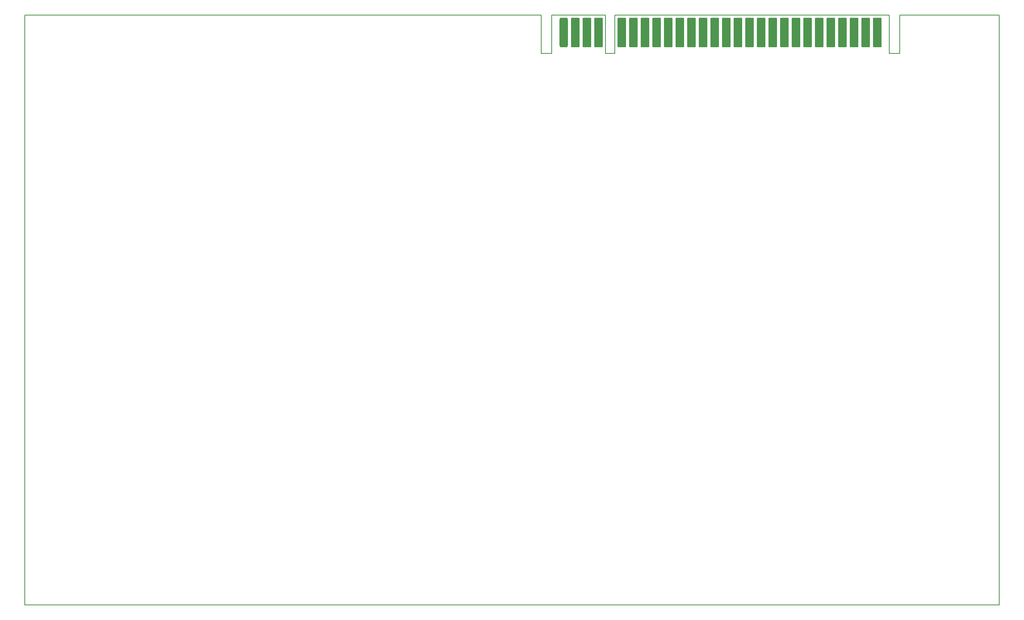
<source format=gbr>
%TF.GenerationSoftware,KiCad,Pcbnew,6.0.11-2627ca5db0~126~ubuntu22.04.1*%
%TF.CreationDate,2023-12-06T09:32:17+02:00*%
%TF.ProjectId,ZX-Spectrum-Pentagon,5a582d53-7065-4637-9472-756d2d50656e,pcb_v0.4*%
%TF.SameCoordinates,Original*%
%TF.FileFunction,Paste,Bot*%
%TF.FilePolarity,Positive*%
%FSLAX46Y46*%
G04 Gerber Fmt 4.6, Leading zero omitted, Abs format (unit mm)*
G04 Created by KiCad (PCBNEW 6.0.11-2627ca5db0~126~ubuntu22.04.1) date 2023-12-06 09:32:17*
%MOMM*%
%LPD*%
G01*
G04 APERTURE LIST*
G04 Aperture macros list*
%AMRoundRect*
0 Rectangle with rounded corners*
0 $1 Rounding radius*
0 $2 $3 $4 $5 $6 $7 $8 $9 X,Y pos of 4 corners*
0 Add a 4 corners polygon primitive as box body*
4,1,4,$2,$3,$4,$5,$6,$7,$8,$9,$2,$3,0*
0 Add four circle primitives for the rounded corners*
1,1,$1+$1,$2,$3*
1,1,$1+$1,$4,$5*
1,1,$1+$1,$6,$7*
1,1,$1+$1,$8,$9*
0 Add four rect primitives between the rounded corners*
20,1,$1+$1,$2,$3,$4,$5,0*
20,1,$1+$1,$4,$5,$6,$7,0*
20,1,$1+$1,$6,$7,$8,$9,0*
20,1,$1+$1,$8,$9,$2,$3,0*%
G04 Aperture macros list end*
%TA.AperFunction,Profile*%
%ADD10C,0.200000*%
%TD*%
%ADD11RoundRect,0.360000X-0.540000X-2.890000X0.540000X-2.890000X0.540000X2.890000X-0.540000X2.890000X0*%
%ADD12RoundRect,0.180000X-0.720000X-3.070000X0.720000X-3.070000X0.720000X3.070000X-0.720000X3.070000X0*%
G04 APERTURE END LIST*
D10*
X20320000Y-149320000D02*
X20320000Y-20320000D01*
X233420000Y-149320000D02*
X20320000Y-149320000D01*
X211630000Y-20320000D02*
X233420000Y-20320000D01*
X20320000Y-20320000D02*
X133250000Y-20320000D01*
X233420000Y-20320000D02*
X233420000Y-149320000D01*
%TO.C,XMCPU1*%
X211630000Y-28720000D02*
X211630000Y-20320000D01*
X133250000Y-20320000D02*
X133250000Y-28720000D01*
X209330000Y-28720000D02*
X211630000Y-28720000D01*
X149310000Y-20320000D02*
X209330000Y-20320000D01*
X147310000Y-20320000D02*
X147310000Y-28720000D01*
X135550000Y-20320000D02*
X147310000Y-20320000D01*
X135550000Y-28720000D02*
X135550000Y-20320000D01*
X147310000Y-28720000D02*
X149310000Y-28720000D01*
X209330000Y-20320000D02*
X209330000Y-28720000D01*
X149310000Y-28720000D02*
X149310000Y-20320000D01*
X133250000Y-28720000D02*
X135550000Y-28720000D01*
%TD*%
D11*
%TO.C,XMCPU1*%
X138150000Y-24130000D03*
D12*
X140690000Y-24130000D03*
X143230000Y-24130000D03*
X145770000Y-24130000D03*
X150850000Y-24130000D03*
X153390000Y-24130000D03*
X155930000Y-24130000D03*
X158470000Y-24130000D03*
X161010000Y-24130000D03*
X163550000Y-24130000D03*
X166090000Y-24130000D03*
X168630000Y-24130000D03*
X171170000Y-24130000D03*
X173710000Y-24130000D03*
X176250000Y-24130000D03*
X178790000Y-24130000D03*
X181330000Y-24130000D03*
X183870000Y-24130000D03*
X186410000Y-24130000D03*
X188950000Y-24130000D03*
X191490000Y-24130000D03*
X194030000Y-24130000D03*
X196570000Y-24130000D03*
X199110000Y-24130000D03*
X201650000Y-24130000D03*
X204190000Y-24130000D03*
X206730000Y-24130000D03*
%TD*%
M02*

</source>
